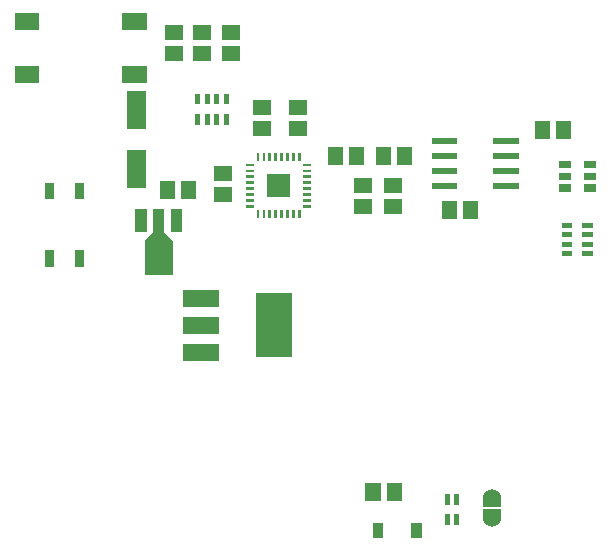
<source format=gbr>
G04 start of page 11 for group -4015 idx -4015 *
G04 Title: (unknown), toppaste *
G04 Creator: pcb 20140316 *
G04 CreationDate: Sun 30 Dec 2018 07:31:13 PM GMT UTC *
G04 For: railfan *
G04 Format: Gerber/RS-274X *
G04 PCB-Dimensions (mil): 2500.00 1900.00 *
G04 PCB-Coordinate-Origin: lower left *
%MOIN*%
%FSLAX25Y25*%
%LNTOPPASTE*%
%ADD108R,0.0630X0.0630*%
%ADD107R,0.0550X0.0550*%
%ADD106R,0.0240X0.0240*%
%ADD105R,0.0300X0.0300*%
%ADD104C,0.0600*%
%ADD103R,0.0360X0.0360*%
%ADD102R,0.0167X0.0167*%
%ADD101R,0.1220X0.1220*%
%ADD100R,0.0560X0.0560*%
%ADD99R,0.0945X0.0945*%
%ADD98R,0.0378X0.0378*%
%ADD97R,0.0310X0.0310*%
%ADD96R,0.0200X0.0200*%
%ADD95C,0.0001*%
%ADD94R,0.0091X0.0091*%
%ADD93R,0.0512X0.0512*%
G54D93*X158457Y136893D02*Y136107D01*
X165543Y136893D02*Y136107D01*
X129607Y145457D02*X130393D01*
X129607Y152543D02*X130393D01*
X142414Y136893D02*Y136107D01*
X149500Y136893D02*Y136107D01*
X97607Y177586D02*X98393D01*
X97607Y170500D02*X98393D01*
G54D94*X113126Y133390D02*X114780D01*
X113126Y131421D02*X114780D01*
X113126Y129453D02*X114780D01*
X113126Y127484D02*X114780D01*
X113126Y125516D02*X114780D01*
X113126Y123547D02*X114780D01*
X113126Y121579D02*X114780D01*
X113126Y119610D02*X114780D01*
X116610Y117780D02*Y116126D01*
X118579Y117780D02*Y116126D01*
X120547Y117780D02*Y116126D01*
X122516Y117780D02*Y116126D01*
X124484Y117780D02*Y116126D01*
X126453Y117780D02*Y116126D01*
X128421Y117780D02*Y116126D01*
X130390Y117780D02*Y116126D01*
X132220Y119610D02*X133874D01*
X132220Y121579D02*X133874D01*
X132220Y123547D02*X133874D01*
X132220Y125516D02*X133874D01*
X132220Y127484D02*X133874D01*
X132220Y129453D02*X133874D01*
X132220Y131421D02*X133874D01*
X132220Y133390D02*X133874D01*
X130390Y136874D02*Y135220D01*
X128421Y136874D02*Y135220D01*
X126453Y136874D02*Y135220D01*
X124484Y136874D02*Y135220D01*
X122516Y136874D02*Y135220D01*
X120547Y136874D02*Y135220D01*
X118579Y136874D02*Y135220D01*
X116610Y136874D02*Y135220D01*
G54D95*G36*
X119563Y130437D02*Y122563D01*
X127437D01*
Y130437D01*
X119563D01*
G37*
G54D96*X196000Y126500D02*X202500D01*
X196000Y131500D02*X202500D01*
X196000Y136500D02*X202500D01*
X196000Y141500D02*X202500D01*
X175500D02*X182000D01*
X175500Y136500D02*X182000D01*
X175500Y131500D02*X182000D01*
X175500Y126500D02*X182000D01*
G54D93*X88107Y177543D02*X88893D01*
X88107Y170457D02*X88893D01*
G54D97*X47000Y103450D02*Y101050D01*
X57000Y103450D02*Y101050D01*
Y125950D02*Y123550D01*
X47000Y125950D02*Y123550D01*
G54D93*X180414Y118893D02*Y118107D01*
X187500Y118893D02*Y118107D01*
X218543Y145393D02*Y144607D01*
X211457Y145393D02*Y144607D01*
X93500Y125393D02*Y124607D01*
X86414Y125393D02*Y124607D01*
X107107Y177543D02*X107893D01*
X107107Y170457D02*X107893D01*
X151107Y119457D02*X151893D01*
X151107Y126543D02*X151893D01*
X104607Y130543D02*X105393D01*
X104607Y123457D02*X105393D01*
X117607Y145457D02*X118393D01*
X117607Y152543D02*X118393D01*
G54D98*X89406Y116984D02*Y112890D01*
X83500Y116984D02*Y105174D01*
G54D99*Y103440D02*Y101550D01*
G54D95*G36*
X85385Y111005D02*X88225Y108165D01*
X86805Y106745D01*
X83965Y109585D01*
X85385Y111005D01*
G37*
G36*
X78775Y108165D02*X81615Y111005D01*
X83035Y109585D01*
X80195Y106745D01*
X78775Y108165D01*
G37*
G54D98*X77594Y116984D02*Y112890D01*
G54D100*X94300Y89000D02*X100900D01*
X94300Y80000D02*X100900D01*
X94300Y70900D02*X100900D01*
G54D101*X122000Y84500D02*Y75500D01*
G54D93*X162043Y24850D02*Y24064D01*
X154957Y24850D02*Y24064D01*
G54D102*X182802Y22860D02*Y20990D01*
X179652Y22860D02*Y20990D01*
Y16164D02*Y14294D01*
X182802Y16164D02*Y14294D01*
X106024Y156283D02*Y154413D01*
X102875Y156283D02*Y154413D01*
X99725Y156283D02*Y154413D01*
X96576Y156283D02*Y154413D01*
Y149587D02*Y147717D01*
X99725Y149587D02*Y147717D01*
X102875Y149587D02*Y147717D01*
X106024Y149587D02*Y147717D01*
G54D103*X169500Y12100D02*Y10900D01*
X156600Y12100D02*Y10900D01*
G54D104*X194500Y15600D03*
G54D105*X193000Y17100D02*X196000D01*
G54D104*X194500Y22400D03*
G54D105*X193000Y20900D02*X196000D01*
G54D106*X218200Y133500D02*X219800D01*
X218200Y129600D02*X219800D01*
X218200Y125700D02*X219800D01*
X226400D02*X228000D01*
X226400Y129600D02*X228000D01*
X226400Y133500D02*X228000D01*
G54D93*X161107Y119457D02*X161893D01*
X161107Y126543D02*X161893D01*
G54D102*X218717Y113224D02*X220587D01*
X218717Y110075D02*X220587D01*
X218717Y106925D02*X220587D01*
X218717Y103776D02*X220587D01*
X225413D02*X227283D01*
X225413Y106925D02*X227283D01*
X225413Y110075D02*X227283D01*
X225413Y113224D02*X227283D01*
G54D107*X74100Y163500D02*X76900D01*
X38200D02*X41000D01*
X74100Y181300D02*X76900D01*
X38200D02*X41000D01*
G54D108*X76000Y135307D02*Y129008D01*
Y154992D02*Y148693D01*
M02*

</source>
